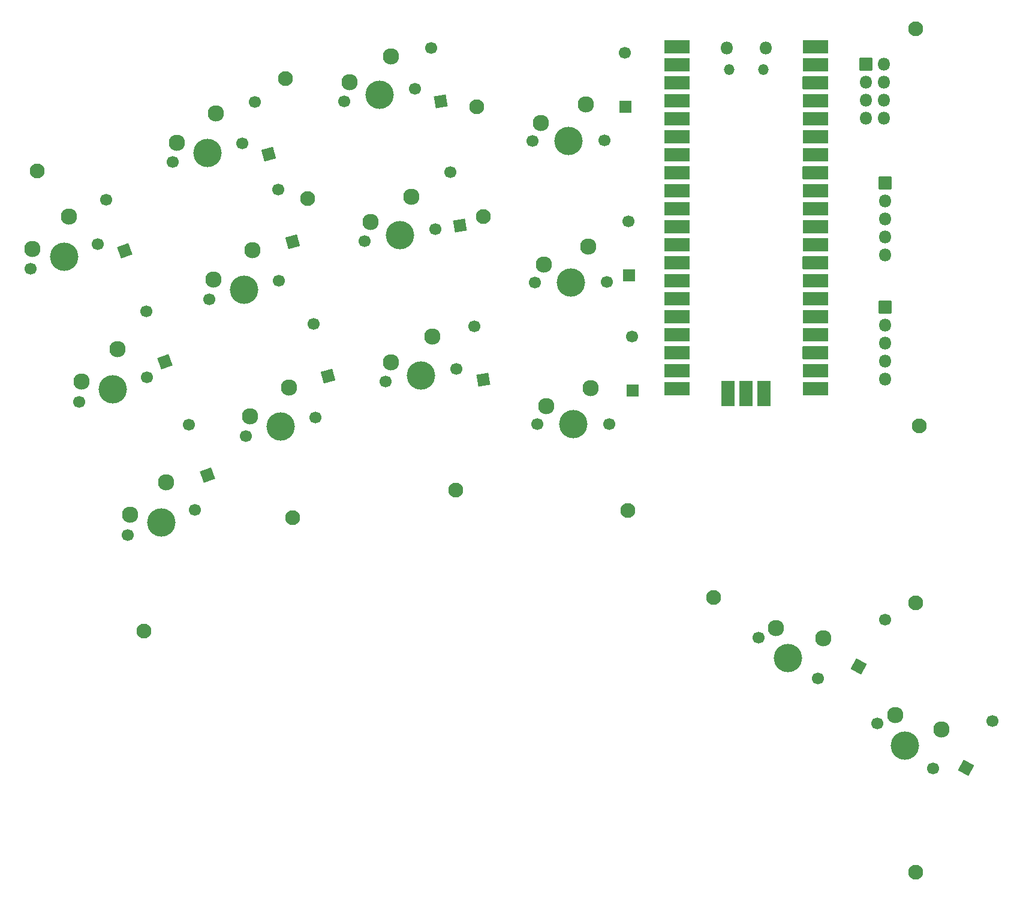
<source format=gbr>
G04 %TF.GenerationSoftware,KiCad,Pcbnew,7.0.2@% jlc*
G04 %TF.CreationDate,2023-06-04T21:40:23+09:00@% jlc*
G04 %TF.ProjectId,architeuthis_dux,61726368-6974-4657-9574-6869735f6475,v1.0.0@% jlc*
G04 %TF.SameCoordinates,Original@% jlc*
G04 %TF.FileFunction,Soldermask,Top@% jlc*
G04 %TF.FilePolarity,Negative@% jlc*
%FSLAX46Y46*%
G04 Gerber Fmt 4.6, Leading zero omitted, Abs format (unit mm)*
G04 Created by KiCad (PCBNEW 7.0.2) date 2023-06-04 21:40:23*
%MOMM*%
%LPD*%
G01*
G04 APERTURE LIST*
G04 Aperture macros list*
%AMRoundRect*
0 Rectangle with rounded corners*
0 $1 Rounding radius*
0 $2 $3 $4 $5 $6 $7 $8 $9 X,Y pos of 4 corners*
0 Add a 4 corners polygon primitive as box body*
4,1,4,$2,$3,$4,$5,$6,$7,$8,$9,$2,$3,0*
0 Add four circle primitives for the rounded corners*
1,1,$1+$1,$2,$3*
1,1,$1+$1,$4,$5*
1,1,$1+$1,$6,$7*
1,1,$1+$1,$8,$9*
0 Add four rect primitives between the rounded corners*
20,1,$1+$1,$2,$3,$4,$5,0*
20,1,$1+$1,$4,$5,$6,$7,0*
20,1,$1+$1,$6,$7,$8,$9,0*
20,1,$1+$1,$8,$9,$2,$3,0*%
%AMHorizOval*
0 Thick line with rounded ends*
0 $1 width*
0 $2 $3 position (X,Y) of the first rounded end (center of the circle)*
0 $4 $5 position (X,Y) of the second rounded end (center of the circle)*
0 Add line between two ends*
20,1,$1,$2,$3,$4,$5,0*
0 Add two circle primitives to create the rounded ends*
1,1,$1,$2,$3*
1,1,$1,$4,$5*%
G04 Aperture macros list end*
%ADD10C,2.100000*%
%ADD11C,1.700000*%
%ADD12C,4.000000*%
%ADD13C,2.300000*%
%ADD14RoundRect,0.050000X-0.850000X-0.850000X0.850000X-0.850000X0.850000X0.850000X-0.850000X0.850000X0*%
%ADD15O,1.800000X1.800000*%
%ADD16O,1.500000X1.500000*%
%ADD17RoundRect,0.050000X-1.750000X-0.850000X1.750000X-0.850000X1.750000X0.850000X-1.750000X0.850000X0*%
%ADD18RoundRect,0.050000X0.850000X-1.750000X0.850000X1.750000X-0.850000X1.750000X-0.850000X-1.750000X0*%
%ADD19RoundRect,0.050000X0.926765X-0.648928X0.648928X0.926765X-0.926765X0.648928X-0.648928X-0.926765X0*%
%ADD20HorizOval,1.700000X0.000000X0.000000X0.000000X0.000000X0*%
%ADD21RoundRect,0.050000X0.806258X-0.793692X0.793692X0.806258X-0.806258X0.793692X-0.793692X-0.806258X0*%
%ADD22HorizOval,1.700000X0.000000X0.000000X0.000000X0.000000X0*%
%ADD23RoundRect,0.050000X1.025370X-0.478138X0.478138X1.025370X-1.025370X0.478138X-0.478138X-1.025370X0*%
%ADD24HorizOval,1.700000X0.000000X0.000000X0.000000X0.000000X0*%
%ADD25RoundRect,0.050000X0.979796X-0.565685X0.565685X0.979796X-0.979796X0.565685X-0.565685X-0.979796X0*%
%ADD26HorizOval,1.700000X0.000000X0.000000X0.000000X0.000000X0*%
%ADD27RoundRect,0.050000X0.307100X-1.088894X1.088894X0.307100X-0.307100X1.088894X-1.088894X-0.307100X0*%
%ADD28HorizOval,1.700000X0.000000X0.000000X0.000000X0.000000X0*%
G04 APERTURE END LIST*
D10*
G04 %TO.C,REF\u002A\u002A@% jlc*
X197000000Y-65500000D03*
G04 %TD@% jlc*
G04 %TO.C,REF\u002A\u002A@% jlc*
X217322506Y-106929664D03*
G04 %TD@% jlc*
G04 %TO.C,REF\u002A\u002A@% jlc*
X193036201Y-104096261D03*
G04 %TD@% jlc*
G04 %TO.C,REF\u002A\u002A@% jlc*
X172140484Y-62922299D03*
G04 %TD@% jlc*
D11*
G04 %TO.C,SW01@% jlc*
X133007005Y-72857462D03*
D12*
X137780643Y-71120000D03*
D11*
X142554282Y-69382537D03*
D13*
X138430000Y-65477630D03*
X133331683Y-70036277D03*
G04 %TD@% jlc*
D11*
G04 %TO.C,SW3@% jlc*
X177280975Y-49193388D03*
D12*
X182283798Y-48311256D03*
D11*
X187286621Y-47429123D03*
D13*
X183903077Y-42867366D03*
X178090614Y-46471444D03*
G04 %TD@% jlc*
D10*
G04 %TO.C,REF\u002A\u002A@% jlc*
X196000000Y-50000000D03*
G04 %TD@% jlc*
D11*
G04 %TO.C,SW14@% jlc*
X252543483Y-136983999D03*
D12*
X256483002Y-140191271D03*
D11*
X260422520Y-143398543D03*
D13*
X261660033Y-137855389D03*
X255131999Y-135816058D03*
G04 %TD@% jlc*
D11*
G04 %TO.C,SW13@% jlc*
X235800931Y-124910502D03*
D12*
X240000007Y-127769551D03*
D11*
X244199083Y-130628600D03*
D13*
X244958594Y-125000000D03*
X238280225Y-123525727D03*
G04 %TD@% jlc*
D11*
G04 %TO.C,SW10@% jlc*
X163466170Y-96446826D03*
D12*
X168373073Y-95132026D03*
D11*
X173279976Y-93817225D03*
D13*
X169511724Y-89567722D03*
X164035495Y-93664675D03*
G04 %TD@% jlc*
D10*
G04 %TO.C,REF\u002A\u002A@% jlc*
X258000000Y-39000000D03*
G04 %TD@% jlc*
D14*
G04 %TO.C,J2@% jlc*
X253700000Y-60760000D03*
D15*
X253700000Y-63300000D03*
X253700000Y-65840000D03*
X253700000Y-68380000D03*
X253700000Y-70920000D03*
G04 %TD@% jlc*
D10*
G04 %TO.C,REF@% jlc*
X258500000Y-95000000D03*
G04 %TD@% jlc*
D11*
G04 %TO.C,SW5@% jlc*
X139884595Y-91597831D03*
D12*
X144658233Y-89860369D03*
D11*
X149431872Y-88122906D03*
D13*
X145307590Y-84217999D03*
X140209273Y-88776646D03*
G04 %TD@% jlc*
D11*
G04 %TO.C,SW12@% jlc*
X204574150Y-94806902D03*
D12*
X209653993Y-94767004D03*
D11*
X214733836Y-94727106D03*
D13*
X212154017Y-89667212D03*
X205824162Y-92257006D03*
G04 %TD@% jlc*
D11*
G04 %TO.C,SW9@% jlc*
X146724998Y-110391683D03*
D12*
X151498636Y-108654221D03*
D11*
X156272275Y-106916758D03*
D13*
X152147993Y-103011851D03*
X147049676Y-107570498D03*
G04 %TD@% jlc*
D10*
G04 %TO.C,REF\u002A\u002A@% jlc*
X229465658Y-119275202D03*
G04 %TD@% jlc*
G04 %TO.C,REF\u002A\u002A@% jlc*
X258000000Y-158000000D03*
G04 %TD@% jlc*
D15*
G04 %TO.C,U1@% jlc*
X231348000Y-41674000D03*
D16*
X231648000Y-44704000D03*
X236498000Y-44704000D03*
D15*
X236798000Y-41674000D03*
X225183000Y-41544000D03*
D17*
X224283000Y-41544000D03*
D15*
X225183000Y-44084000D03*
D17*
X224283000Y-44084000D03*
D14*
X225183000Y-46624000D03*
D17*
X224283000Y-46624000D03*
D15*
X225183000Y-49164000D03*
D17*
X224283000Y-49164000D03*
D15*
X225183000Y-51704000D03*
D17*
X224283000Y-51704000D03*
D15*
X225183000Y-54244000D03*
D17*
X224283000Y-54244000D03*
D15*
X225183000Y-56784000D03*
D17*
X224283000Y-56784000D03*
D14*
X225183000Y-59324000D03*
D17*
X224283000Y-59324000D03*
D15*
X225183000Y-61864000D03*
D17*
X224283000Y-61864000D03*
D15*
X225183000Y-64404000D03*
D17*
X224283000Y-64404000D03*
D15*
X225183000Y-66944000D03*
D17*
X224283000Y-66944000D03*
D15*
X225183000Y-69484000D03*
D17*
X224283000Y-69484000D03*
D14*
X225183000Y-72024000D03*
D17*
X224283000Y-72024000D03*
D15*
X225183000Y-74564000D03*
D17*
X224283000Y-74564000D03*
D15*
X225183000Y-77104000D03*
D17*
X224283000Y-77104000D03*
D15*
X225183000Y-79644000D03*
D17*
X224283000Y-79644000D03*
D15*
X225183000Y-82184000D03*
D17*
X224283000Y-82184000D03*
D14*
X225183000Y-84724000D03*
D17*
X224283000Y-84724000D03*
D15*
X225183000Y-87264000D03*
D17*
X224283000Y-87264000D03*
D15*
X225183000Y-89804000D03*
D17*
X224283000Y-89804000D03*
D15*
X242963000Y-89804000D03*
D17*
X243863000Y-89804000D03*
D15*
X242963000Y-87264000D03*
D17*
X243863000Y-87264000D03*
D14*
X242963000Y-84724000D03*
D17*
X243863000Y-84724000D03*
D15*
X242963000Y-82184000D03*
D17*
X243863000Y-82184000D03*
D15*
X242963000Y-79644000D03*
D17*
X243863000Y-79644000D03*
D15*
X242963000Y-77104000D03*
D17*
X243863000Y-77104000D03*
D15*
X242963000Y-74564000D03*
D17*
X243863000Y-74564000D03*
D14*
X242963000Y-72024000D03*
D17*
X243863000Y-72024000D03*
D15*
X242963000Y-69484000D03*
D17*
X243863000Y-69484000D03*
D15*
X242963000Y-66944000D03*
D17*
X243863000Y-66944000D03*
D15*
X242963000Y-64404000D03*
D17*
X243863000Y-64404000D03*
D15*
X242963000Y-61864000D03*
D17*
X243863000Y-61864000D03*
D14*
X242963000Y-59324000D03*
D17*
X243863000Y-59324000D03*
D15*
X242963000Y-56784000D03*
D17*
X243863000Y-56784000D03*
D15*
X242963000Y-54244000D03*
D17*
X243863000Y-54244000D03*
D15*
X242963000Y-51704000D03*
D17*
X243863000Y-51704000D03*
D15*
X242963000Y-49164000D03*
D17*
X243863000Y-49164000D03*
D14*
X242963000Y-46624000D03*
D17*
X243863000Y-46624000D03*
D15*
X242963000Y-44084000D03*
D17*
X243863000Y-44084000D03*
D15*
X242963000Y-41544000D03*
D17*
X243863000Y-41544000D03*
D15*
X231533000Y-89574000D03*
D18*
X231533000Y-90474000D03*
D14*
X234073000Y-89574000D03*
D18*
X234073000Y-90474000D03*
D15*
X236613000Y-89574000D03*
D18*
X236613000Y-90474000D03*
G04 %TD@% jlc*
D14*
G04 %TO.C,J1@% jlc*
X251000000Y-44000000D03*
D15*
X253540000Y-44000000D03*
X251000000Y-46540000D03*
X253540000Y-46540000D03*
X251000000Y-49080000D03*
X253540000Y-49080000D03*
X251000000Y-51620000D03*
X253540000Y-51620000D03*
G04 %TD@% jlc*
D10*
G04 %TO.C,REF\u002A\u002A@% jlc*
X169000000Y-46000000D03*
G04 %TD@% jlc*
D11*
G04 %TO.C,SW2@% jlc*
X153113408Y-57809794D03*
D12*
X158020311Y-56494994D03*
D11*
X162927214Y-55180193D03*
D13*
X159158962Y-50930690D03*
X153682733Y-55027643D03*
G04 %TD@% jlc*
D10*
G04 %TO.C,REF\u002A\u002A@% jlc*
X149000000Y-124000000D03*
G04 %TD@% jlc*
D11*
G04 %TO.C,SW4@% jlc*
X203876054Y-54812994D03*
D12*
X208955897Y-54773096D03*
D11*
X214035740Y-54733198D03*
D13*
X211455921Y-49673304D03*
X205126066Y-52263098D03*
G04 %TD@% jlc*
D11*
G04 %TO.C,SW6@% jlc*
X158289789Y-77128309D03*
D12*
X163196692Y-75813509D03*
D11*
X168103595Y-74498708D03*
D13*
X164335343Y-70249205D03*
X158859114Y-74346158D03*
G04 %TD@% jlc*
D10*
G04 %TO.C,REF\u002A\u002A@% jlc*
X134000000Y-59000000D03*
G04 %TD@% jlc*
G04 %TO.C,REF\u002A\u002A@% jlc*
X170065404Y-107941593D03*
G04 %TD@% jlc*
G04 %TO.C,REF\u002A\u002A@% jlc*
X258000000Y-120000000D03*
G04 %TD@% jlc*
D11*
G04 %TO.C,SW8@% jlc*
X204225102Y-74809948D03*
D12*
X209304945Y-74770050D03*
D11*
X214384788Y-74730152D03*
D13*
X211804969Y-69670258D03*
X205475114Y-72260052D03*
G04 %TD@% jlc*
D11*
G04 %TO.C,SW7@% jlc*
X180212127Y-68978442D03*
D12*
X185214950Y-68096310D03*
D11*
X190217773Y-67214177D03*
D13*
X186834229Y-62652420D03*
X181021766Y-66256498D03*
G04 %TD@% jlc*
D14*
G04 %TO.C,J3@% jlc*
X253700000Y-78300000D03*
D15*
X253700000Y-80840000D03*
X253700000Y-83380000D03*
X253700000Y-85920000D03*
X253700000Y-88460000D03*
G04 %TD@% jlc*
D13*
G04 %TO.C,SW11@% jlc*
X183952917Y-86041551D03*
X189765380Y-82437473D03*
D11*
X193148924Y-86999230D03*
D12*
X188146101Y-87881363D03*
D11*
X183143278Y-88763495D03*
G04 %TD@% jlc*
D19*
G04 %TO.C,D3@% jlc*
X190923199Y-49204235D03*
D20*
X189600000Y-41700000D03*
G04 %TD@% jlc*
D19*
G04 %TO.C,D7@% jlc*
X193661600Y-66752118D03*
D20*
X192338401Y-59247883D03*
G04 %TD@% jlc*
D21*
G04 %TO.C,D8@% jlc*
X217493633Y-73809883D03*
D22*
X217433786Y-66190118D03*
G04 %TD@% jlc*
D23*
G04 %TO.C,D9@% jlc*
X158000000Y-102000000D03*
D24*
X155393807Y-94839542D03*
G04 %TD@% jlc*
D21*
G04 %TO.C,D12@% jlc*
X218000000Y-90000000D03*
D22*
X217940153Y-82380235D03*
G04 %TD@% jlc*
D21*
G04 %TO.C,D4@% jlc*
X217000000Y-50000000D03*
D22*
X216940153Y-42380235D03*
G04 %TD@% jlc*
D23*
G04 %TO.C,D5@% jlc*
X152000000Y-86000000D03*
D24*
X149393807Y-78839542D03*
G04 %TD@% jlc*
D25*
G04 %TO.C,D6@% jlc*
X170000000Y-69000000D03*
D26*
X168027799Y-61639645D03*
G04 %TD@% jlc*
D25*
G04 %TO.C,D2@% jlc*
X166672201Y-56660355D03*
D26*
X164700000Y-49300000D03*
G04 %TD@% jlc*
D27*
G04 %TO.C,D14@% jlc*
X265138353Y-143324210D03*
D28*
X268861647Y-136675790D03*
G04 %TD@% jlc*
D23*
G04 %TO.C,D1@% jlc*
X146306193Y-70260458D03*
D24*
X143700000Y-63100000D03*
G04 %TD@% jlc*
D25*
G04 %TO.C,D10@% jlc*
X175000000Y-88000000D03*
D26*
X173027799Y-80639645D03*
G04 %TD@% jlc*
D19*
G04 %TO.C,D11@% jlc*
X197000000Y-88504235D03*
D20*
X195676801Y-81000000D03*
G04 %TD@% jlc*
D27*
G04 %TO.C,D13@% jlc*
X250000000Y-129000000D03*
D28*
X253723294Y-122351580D03*
G04 %TD@% jlc*
M02*

</source>
